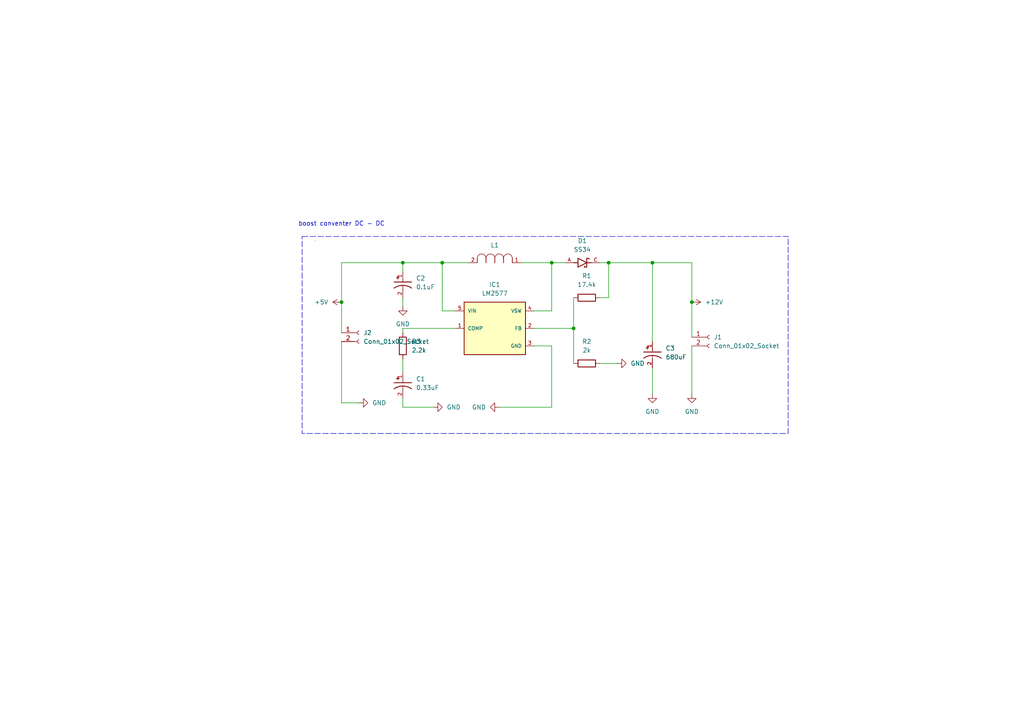
<source format=kicad_sch>
(kicad_sch
	(version 20231120)
	(generator "eeschema")
	(generator_version "8.0")
	(uuid "cbc85d15-6443-4fc8-9d99-95154a9040c3")
	(paper "A4")
	(title_block
		(title "PCB CN 14")
		(comment 1 "PCB 1")
	)
	(lib_symbols
		(symbol "Connector:Conn_01x02_Socket"
			(pin_names
				(offset 1.016) hide)
			(exclude_from_sim no)
			(in_bom yes)
			(on_board yes)
			(property "Reference" "J"
				(at 0 2.54 0)
				(effects
					(font
						(size 1.27 1.27)
					)
				)
			)
			(property "Value" "Conn_01x02_Socket"
				(at 0 -5.08 0)
				(effects
					(font
						(size 1.27 1.27)
					)
				)
			)
			(property "Footprint" ""
				(at 0 0 0)
				(effects
					(font
						(size 1.27 1.27)
					)
					(hide yes)
				)
			)
			(property "Datasheet" "~"
				(at 0 0 0)
				(effects
					(font
						(size 1.27 1.27)
					)
					(hide yes)
				)
			)
			(property "Description" "Generic connector, single row, 01x02, script generated"
				(at 0 0 0)
				(effects
					(font
						(size 1.27 1.27)
					)
					(hide yes)
				)
			)
			(property "ki_locked" ""
				(at 0 0 0)
				(effects
					(font
						(size 1.27 1.27)
					)
				)
			)
			(property "ki_keywords" "connector"
				(at 0 0 0)
				(effects
					(font
						(size 1.27 1.27)
					)
					(hide yes)
				)
			)
			(property "ki_fp_filters" "Connector*:*_1x??_*"
				(at 0 0 0)
				(effects
					(font
						(size 1.27 1.27)
					)
					(hide yes)
				)
			)
			(symbol "Conn_01x02_Socket_1_1"
				(arc
					(start 0 -2.032)
					(mid -0.5058 -2.54)
					(end 0 -3.048)
					(stroke
						(width 0.1524)
						(type default)
					)
					(fill
						(type none)
					)
				)
				(polyline
					(pts
						(xy -1.27 -2.54) (xy -0.508 -2.54)
					)
					(stroke
						(width 0.1524)
						(type default)
					)
					(fill
						(type none)
					)
				)
				(polyline
					(pts
						(xy -1.27 0) (xy -0.508 0)
					)
					(stroke
						(width 0.1524)
						(type default)
					)
					(fill
						(type none)
					)
				)
				(arc
					(start 0 0.508)
					(mid -0.5058 0)
					(end 0 -0.508)
					(stroke
						(width 0.1524)
						(type default)
					)
					(fill
						(type none)
					)
				)
				(pin passive line
					(at -5.08 0 0)
					(length 3.81)
					(name "Pin_1"
						(effects
							(font
								(size 1.27 1.27)
							)
						)
					)
					(number "1"
						(effects
							(font
								(size 1.27 1.27)
							)
						)
					)
				)
				(pin passive line
					(at -5.08 -2.54 0)
					(length 3.81)
					(name "Pin_2"
						(effects
							(font
								(size 1.27 1.27)
							)
						)
					)
					(number "2"
						(effects
							(font
								(size 1.27 1.27)
							)
						)
					)
				)
			)
		)
		(symbol "Device:R"
			(pin_numbers hide)
			(pin_names
				(offset 0)
			)
			(exclude_from_sim no)
			(in_bom yes)
			(on_board yes)
			(property "Reference" "R"
				(at 2.032 0 90)
				(effects
					(font
						(size 1.27 1.27)
					)
				)
			)
			(property "Value" "R"
				(at 0 0 90)
				(effects
					(font
						(size 1.27 1.27)
					)
				)
			)
			(property "Footprint" ""
				(at -1.778 0 90)
				(effects
					(font
						(size 1.27 1.27)
					)
					(hide yes)
				)
			)
			(property "Datasheet" "~"
				(at 0 0 0)
				(effects
					(font
						(size 1.27 1.27)
					)
					(hide yes)
				)
			)
			(property "Description" "Resistor"
				(at 0 0 0)
				(effects
					(font
						(size 1.27 1.27)
					)
					(hide yes)
				)
			)
			(property "ki_keywords" "R res resistor"
				(at 0 0 0)
				(effects
					(font
						(size 1.27 1.27)
					)
					(hide yes)
				)
			)
			(property "ki_fp_filters" "R_*"
				(at 0 0 0)
				(effects
					(font
						(size 1.27 1.27)
					)
					(hide yes)
				)
			)
			(symbol "R_0_1"
				(rectangle
					(start -1.016 -2.54)
					(end 1.016 2.54)
					(stroke
						(width 0.254)
						(type default)
					)
					(fill
						(type none)
					)
				)
			)
			(symbol "R_1_1"
				(pin passive line
					(at 0 3.81 270)
					(length 1.27)
					(name "~"
						(effects
							(font
								(size 1.27 1.27)
							)
						)
					)
					(number "1"
						(effects
							(font
								(size 1.27 1.27)
							)
						)
					)
				)
				(pin passive line
					(at 0 -3.81 90)
					(length 1.27)
					(name "~"
						(effects
							(font
								(size 1.27 1.27)
							)
						)
					)
					(number "2"
						(effects
							(font
								(size 1.27 1.27)
							)
						)
					)
				)
			)
		)
		(symbol "Library 1:EEEFK1C101V"
			(pin_names
				(offset 1.016)
			)
			(exclude_from_sim no)
			(in_bom yes)
			(on_board yes)
			(property "Reference" "C"
				(at -2.54 3.81 0)
				(effects
					(font
						(size 1.27 1.27)
					)
					(justify left bottom)
				)
			)
			(property "Value" "EEEFK1C101V"
				(at -2.54 -5.08 0)
				(effects
					(font
						(size 1.27 1.27)
					)
					(justify left bottom)
				)
			)
			(property "Footprint" "EEEFK1C101V:CAP_EEEFK1C101V"
				(at 0 0 0)
				(effects
					(font
						(size 1.27 1.27)
					)
					(justify bottom)
					(hide yes)
				)
			)
			(property "Datasheet" ""
				(at 0 0 0)
				(effects
					(font
						(size 1.27 1.27)
					)
					(hide yes)
				)
			)
			(property "Description" ""
				(at 0 0 0)
				(effects
					(font
						(size 1.27 1.27)
					)
					(hide yes)
				)
			)
			(property "MF" "Panasonic"
				(at 0 0 0)
				(effects
					(font
						(size 1.27 1.27)
					)
					(justify bottom)
					(hide yes)
				)
			)
			(property "MAXIMUM_PACKAGE_HEIGHT" "6.1mm"
				(at 0 0 0)
				(effects
					(font
						(size 1.27 1.27)
					)
					(justify bottom)
					(hide yes)
				)
			)
			(property "Package" "RADIAL-2 Panasonic"
				(at 0 0 0)
				(effects
					(font
						(size 1.27 1.27)
					)
					(justify bottom)
					(hide yes)
				)
			)
			(property "Price" "None"
				(at 0 0 0)
				(effects
					(font
						(size 1.27 1.27)
					)
					(justify bottom)
					(hide yes)
				)
			)
			(property "Check_prices" "https://www.snapeda.com/parts/EEEFK1C101V/Panasonic/view-part/?ref=eda"
				(at 0 0 0)
				(effects
					(font
						(size 1.27 1.27)
					)
					(justify bottom)
					(hide yes)
				)
			)
			(property "STANDARD" "Manufacturer Recommendations"
				(at 0 0 0)
				(effects
					(font
						(size 1.27 1.27)
					)
					(justify bottom)
					(hide yes)
				)
			)
			(property "PARTREV" "10-Oct-19"
				(at 0 0 0)
				(effects
					(font
						(size 1.27 1.27)
					)
					(justify bottom)
					(hide yes)
				)
			)
			(property "SnapEDA_Link" "https://www.snapeda.com/parts/EEEFK1C101V/Panasonic/view-part/?ref=snap"
				(at 0 0 0)
				(effects
					(font
						(size 1.27 1.27)
					)
					(justify bottom)
					(hide yes)
				)
			)
			(property "MP" "EEEFK1C101V"
				(at 0 0 0)
				(effects
					(font
						(size 1.27 1.27)
					)
					(justify bottom)
					(hide yes)
				)
			)
			(property "Description_1" "\n                        \n                            CAP ALUM 100UF 20% 16V SMD\n                        \n"
				(at 0 0 0)
				(effects
					(font
						(size 1.27 1.27)
					)
					(justify bottom)
					(hide yes)
				)
			)
			(property "Availability" "In Stock"
				(at 0 0 0)
				(effects
					(font
						(size 1.27 1.27)
					)
					(justify bottom)
					(hide yes)
				)
			)
			(property "MANUFACTURER" "Panasonic"
				(at 0 0 0)
				(effects
					(font
						(size 1.27 1.27)
					)
					(justify bottom)
					(hide yes)
				)
			)
			(symbol "EEEFK1C101V_0_0"
				(rectangle
					(start -1.173 -1.532)
					(end -0.284 -1.405)
					(stroke
						(width 0.1)
						(type default)
					)
					(fill
						(type outline)
					)
				)
				(rectangle
					(start -0.792 -1.913)
					(end -0.665 -1.024)
					(stroke
						(width 0.1)
						(type default)
					)
					(fill
						(type outline)
					)
				)
				(polyline
					(pts
						(xy 0 0) (xy 0.508 0)
					)
					(stroke
						(width 0.1524)
						(type default)
					)
					(fill
						(type none)
					)
				)
				(polyline
					(pts
						(xy 0.508 0) (xy 0.508 -2.54)
					)
					(stroke
						(width 0.254)
						(type default)
					)
					(fill
						(type none)
					)
				)
				(polyline
					(pts
						(xy 0.508 2.54) (xy 0.508 0)
					)
					(stroke
						(width 0.254)
						(type default)
					)
					(fill
						(type none)
					)
				)
				(polyline
					(pts
						(xy 2.54 0) (xy 1.524 0)
					)
					(stroke
						(width 0.1524)
						(type default)
					)
					(fill
						(type none)
					)
				)
				(arc
					(start 2.286 2.54)
					(mid 1.4851 0)
					(end 2.286 -2.54)
					(stroke
						(width 0.254)
						(type default)
					)
					(fill
						(type none)
					)
				)
				(pin passive line
					(at -2.54 0 0)
					(length 2.54)
					(name "~"
						(effects
							(font
								(size 1.016 1.016)
							)
						)
					)
					(number "1"
						(effects
							(font
								(size 1.016 1.016)
							)
						)
					)
				)
				(pin passive line
					(at 5.08 0 180)
					(length 2.54)
					(name "~"
						(effects
							(font
								(size 1.016 1.016)
							)
						)
					)
					(number "2"
						(effects
							(font
								(size 1.016 1.016)
							)
						)
					)
				)
			)
		)
		(symbol "Library 1:LM2577"
			(pin_names
				(offset 1.016)
			)
			(exclude_from_sim no)
			(in_bom yes)
			(on_board yes)
			(property "Reference" "IC"
				(at -7.6227 8.283 0)
				(effects
					(font
						(size 1.27 1.27)
					)
					(justify left bottom)
				)
			)
			(property "Value" "LM2577"
				(at -7.6346 -10.1795 0)
				(effects
					(font
						(size 1.27 1.27)
					)
					(justify left bottom)
				)
			)
			(property "Footprint" "Library 1:TO263-5"
				(at 0 0 0)
				(effects
					(font
						(size 1.27 1.27)
					)
					(hide yes)
				)
			)
			(property "Datasheet" ""
				(at 0 0 0)
				(effects
					(font
						(size 1.27 1.27)
					)
					(hide yes)
				)
			)
			(property "Description" ""
				(at 0 0 0)
				(effects
					(font
						(size 1.27 1.27)
					)
					(hide yes)
				)
			)
			(property "MF" "Texas Instruments"
				(at 0 0 0)
				(effects
					(font
						(size 1.27 1.27)
					)
					(justify bottom)
					(hide yes)
				)
			)
			(property "Description_1" "\n                        \n                            Boost, Flyback, Forward Converter Switching Regulator IC Positive or Negative Adjustable 1.23V 1 Output 3A (Switch) TO-263-6, D²Pak (5 Leads + Tab), TO-263BA\n                        \n"
				(at 0 0 0)
				(effects
					(font
						(size 1.27 1.27)
					)
					(justify bottom)
					(hide yes)
				)
			)
			(property "Package" "TO-263 Texas Instruments"
				(at 0 0 0)
				(effects
					(font
						(size 1.27 1.27)
					)
					(justify bottom)
					(hide yes)
				)
			)
			(property "Price" "None"
				(at 0 0 0)
				(effects
					(font
						(size 1.27 1.27)
					)
					(justify bottom)
					(hide yes)
				)
			)
			(property "SnapEDA_Link" "https://www.snapeda.com/parts/LM2577/Texas+Instruments/view-part/?ref=snap"
				(at 0 0 0)
				(effects
					(font
						(size 1.27 1.27)
					)
					(justify bottom)
					(hide yes)
				)
			)
			(property "MP" "LM2577"
				(at 0 0 0)
				(effects
					(font
						(size 1.27 1.27)
					)
					(justify bottom)
					(hide yes)
				)
			)
			(property "Availability" "Not in stock"
				(at 0 0 0)
				(effects
					(font
						(size 1.27 1.27)
					)
					(justify bottom)
					(hide yes)
				)
			)
			(property "Check_prices" "https://www.snapeda.com/parts/LM2577/Texas+Instruments/view-part/?ref=eda"
				(at 0 0 0)
				(effects
					(font
						(size 1.27 1.27)
					)
					(justify bottom)
					(hide yes)
				)
			)
			(symbol "LM2577_0_0"
				(rectangle
					(start -7.62 -7.62)
					(end 10.16 7.62)
					(stroke
						(width 0.254)
						(type default)
					)
					(fill
						(type background)
					)
				)
				(pin passive line
					(at -10.16 0 0)
					(length 2.54)
					(name "COMP"
						(effects
							(font
								(size 1.016 1.016)
							)
						)
					)
					(number "1"
						(effects
							(font
								(size 1.016 1.016)
							)
						)
					)
				)
				(pin input line
					(at 12.7 0 180)
					(length 2.54)
					(name "FB"
						(effects
							(font
								(size 1.016 1.016)
							)
						)
					)
					(number "2"
						(effects
							(font
								(size 1.016 1.016)
							)
						)
					)
				)
				(pin power_in line
					(at 12.7 -5.08 180)
					(length 2.54)
					(name "GND"
						(effects
							(font
								(size 1.016 1.016)
							)
						)
					)
					(number "3"
						(effects
							(font
								(size 1.016 1.016)
							)
						)
					)
				)
				(pin bidirectional line
					(at 12.7 5.08 180)
					(length 2.54)
					(name "VSW"
						(effects
							(font
								(size 1.016 1.016)
							)
						)
					)
					(number "4"
						(effects
							(font
								(size 1.016 1.016)
							)
						)
					)
				)
				(pin power_in line
					(at -10.16 5.08 0)
					(length 2.54)
					(name "VIN"
						(effects
							(font
								(size 1.016 1.016)
							)
						)
					)
					(number "5"
						(effects
							(font
								(size 1.016 1.016)
							)
						)
					)
				)
			)
		)
		(symbol "Library 1:SRR1260-101M"
			(pin_names
				(offset 1.016)
			)
			(exclude_from_sim no)
			(in_bom yes)
			(on_board yes)
			(property "Reference" "L"
				(at 1.6256 3.3528 0)
				(effects
					(font
						(size 1.27 1.27)
					)
					(justify left bottom)
				)
			)
			(property "Value" "100uH"
				(at 0 0 0)
				(effects
					(font
						(size 1.27 1.27)
					)
					(justify bottom)
					(hide yes)
				)
			)
			(property "Footprint" "SRR1260-101M:IND_BOURNS_SRR1260"
				(at 0 0 0)
				(effects
					(font
						(size 1.27 1.27)
					)
					(justify bottom)
					(hide yes)
				)
			)
			(property "Datasheet" ""
				(at 0 0 0)
				(effects
					(font
						(size 1.27 1.27)
					)
					(hide yes)
				)
			)
			(property "Description" ""
				(at 0 0 0)
				(effects
					(font
						(size 1.27 1.27)
					)
					(hide yes)
				)
			)
			(property "MF" "Bourns"
				(at 0 0 0)
				(effects
					(font
						(size 1.27 1.27)
					)
					(justify bottom)
					(hide yes)
				)
			)
			(property "Description_1" "\n                        \n                            Inductor, Power, Shielded, Wirewound, 100uH, 20%, 1.7A | Bourns SRR1260-101M\n                        \n"
				(at 0 0 0)
				(effects
					(font
						(size 1.27 1.27)
					)
					(justify bottom)
					(hide yes)
				)
			)
			(property "COPYRIGHT" "Copyright (C) 2022 Ultra Librarian. All rights reserved."
				(at 0 0 0)
				(effects
					(font
						(size 1.27 1.27)
					)
					(justify bottom)
					(hide yes)
				)
			)
			(property "Package" "Nonstandard Bourns"
				(at 0 0 0)
				(effects
					(font
						(size 1.27 1.27)
					)
					(justify bottom)
					(hide yes)
				)
			)
			(property "Price" "None"
				(at 0 0 0)
				(effects
					(font
						(size 1.27 1.27)
					)
					(justify bottom)
					(hide yes)
				)
			)
			(property "Check_prices" "https://www.snapeda.com/parts/SRR1260-101M/Bourns/view-part/?ref=eda"
				(at 0 0 0)
				(effects
					(font
						(size 1.27 1.27)
					)
					(justify bottom)
					(hide yes)
				)
			)
			(property "SnapEDA_Link" "https://www.snapeda.com/parts/SRR1260-101M/Bourns/view-part/?ref=snap"
				(at 0 0 0)
				(effects
					(font
						(size 1.27 1.27)
					)
					(justify bottom)
					(hide yes)
				)
			)
			(property "Availability" "In Stock"
				(at 0 0 0)
				(effects
					(font
						(size 1.27 1.27)
					)
					(justify bottom)
					(hide yes)
				)
			)
			(property "DIGI-KEY_PART_NUMBER_1" "SRR1260-101MCT-ND"
				(at 0 0 0)
				(effects
					(font
						(size 1.27 1.27)
					)
					(justify bottom)
					(hide yes)
				)
			)
			(property "DIGI-KEY_PART_NUMBER_2" "SRR1260-101MDKR-ND"
				(at 0 0 0)
				(effects
					(font
						(size 1.27 1.27)
					)
					(justify bottom)
					(hide yes)
				)
			)
			(property "DIGI-KEY_PART_NUMBER_3" "SRR1260-101MTR-ND"
				(at 0 0 0)
				(effects
					(font
						(size 1.27 1.27)
					)
					(justify bottom)
					(hide yes)
				)
			)
			(property "MP" "SRR1260-101M"
				(at 0 0 0)
				(effects
					(font
						(size 1.27 1.27)
					)
					(justify bottom)
					(hide yes)
				)
			)
			(property "MFR_NAME" "Bourns Electronics"
				(at 0 0 0)
				(effects
					(font
						(size 1.27 1.27)
					)
					(justify bottom)
					(hide yes)
				)
			)
			(property "MANUFACTURER_PART_NUMBER" "SRR1260-101M"
				(at 0 0 0)
				(effects
					(font
						(size 1.27 1.27)
					)
					(justify bottom)
					(hide yes)
				)
			)
			(symbol "SRR1260-101M_0_0"
				(polyline
					(pts
						(xy 2.54 0) (xy 2.54 1.27)
					)
					(stroke
						(width 0.2032)
						(type default)
					)
					(fill
						(type none)
					)
				)
				(polyline
					(pts
						(xy 5.08 0) (xy 5.08 1.27)
					)
					(stroke
						(width 0.2032)
						(type default)
					)
					(fill
						(type none)
					)
				)
				(polyline
					(pts
						(xy 7.62 0) (xy 7.62 1.27)
					)
					(stroke
						(width 0.2032)
						(type default)
					)
					(fill
						(type none)
					)
				)
				(polyline
					(pts
						(xy 10.16 0) (xy 10.16 1.27)
					)
					(stroke
						(width 0.2032)
						(type default)
					)
					(fill
						(type none)
					)
				)
				(polyline
					(pts
						(xy 12.7 0) (xy 12.7 1.27)
					)
					(stroke
						(width 0.2032)
						(type default)
					)
					(fill
						(type none)
					)
				)
				(arc
					(start 5.08 1.27)
					(mid 3.81 2.5344)
					(end 2.54 1.27)
					(stroke
						(width 0.1524)
						(type default)
					)
					(fill
						(type none)
					)
				)
				(arc
					(start 7.62 1.27)
					(mid 6.35 2.5344)
					(end 5.08 1.27)
					(stroke
						(width 0.1524)
						(type default)
					)
					(fill
						(type none)
					)
				)
				(arc
					(start 10.16 1.27)
					(mid 8.89 2.5344)
					(end 7.62 1.27)
					(stroke
						(width 0.1524)
						(type default)
					)
					(fill
						(type none)
					)
				)
				(arc
					(start 12.7 1.27)
					(mid 11.43 2.5344)
					(end 10.16 1.27)
					(stroke
						(width 0.1524)
						(type default)
					)
					(fill
						(type none)
					)
				)
				(pin passive line
					(at 15.24 0 180)
					(length 2.54)
					(name "~"
						(effects
							(font
								(size 1.016 1.016)
							)
						)
					)
					(number "1"
						(effects
							(font
								(size 1.016 1.016)
							)
						)
					)
				)
				(pin passive line
					(at 0 0 0)
					(length 2.54)
					(name "~"
						(effects
							(font
								(size 1.016 1.016)
							)
						)
					)
					(number "2"
						(effects
							(font
								(size 1.016 1.016)
							)
						)
					)
				)
			)
		)
		(symbol "Library 2:SS34"
			(pin_names
				(offset 1.016)
			)
			(exclude_from_sim no)
			(in_bom yes)
			(on_board yes)
			(property "Reference" "D"
				(at -5.08 2.54 0)
				(effects
					(font
						(size 1.27 1.27)
					)
					(justify left bottom)
				)
			)
			(property "Value" "SS34"
				(at -5.08 -3.81 0)
				(effects
					(font
						(size 1.27 1.27)
					)
					(justify left bottom)
				)
			)
			(property "Footprint" "SS34:DIO_SS34"
				(at 0 0 0)
				(effects
					(font
						(size 1.27 1.27)
					)
					(justify bottom)
					(hide yes)
				)
			)
			(property "Datasheet" ""
				(at 0 0 0)
				(effects
					(font
						(size 1.27 1.27)
					)
					(hide yes)
				)
			)
			(property "Description" ""
				(at 0 0 0)
				(effects
					(font
						(size 1.27 1.27)
					)
					(hide yes)
				)
			)
			(property "MF" "Taiwan Semiconductor"
				(at 0 0 0)
				(effects
					(font
						(size 1.27 1.27)
					)
					(justify bottom)
					(hide yes)
				)
			)
			(property "MAXIMUM_PACKAGE_HEIGHT" "2.65mm"
				(at 0 0 0)
				(effects
					(font
						(size 1.27 1.27)
					)
					(justify bottom)
					(hide yes)
				)
			)
			(property "Package" "DO-214AB-2 Taiwan Semiconductor"
				(at 0 0 0)
				(effects
					(font
						(size 1.27 1.27)
					)
					(justify bottom)
					(hide yes)
				)
			)
			(property "Price" "None"
				(at 0 0 0)
				(effects
					(font
						(size 1.27 1.27)
					)
					(justify bottom)
					(hide yes)
				)
			)
			(property "Check_prices" "https://www.snapeda.com/parts/SS34/Taiwan+Semiconductor/view-part/?ref=eda"
				(at 0 0 0)
				(effects
					(font
						(size 1.27 1.27)
					)
					(justify bottom)
					(hide yes)
				)
			)
			(property "STANDARD" "Manufacturer Recommendations"
				(at 0 0 0)
				(effects
					(font
						(size 1.27 1.27)
					)
					(justify bottom)
					(hide yes)
				)
			)
			(property "PARTREV" "S2311"
				(at 0 0 0)
				(effects
					(font
						(size 1.27 1.27)
					)
					(justify bottom)
					(hide yes)
				)
			)
			(property "SnapEDA_Link" "https://www.snapeda.com/parts/SS34/Taiwan+Semiconductor/view-part/?ref=snap"
				(at 0 0 0)
				(effects
					(font
						(size 1.27 1.27)
					)
					(justify bottom)
					(hide yes)
				)
			)
			(property "MP" "SS34"
				(at 0 0 0)
				(effects
					(font
						(size 1.27 1.27)
					)
					(justify bottom)
					(hide yes)
				)
			)
			(property "Description_1" "\n                        \n                            3A, 40V, Schottky Rectifier\n                        \n"
				(at 0 0 0)
				(effects
					(font
						(size 1.27 1.27)
					)
					(justify bottom)
					(hide yes)
				)
			)
			(property "Availability" "In Stock"
				(at 0 0 0)
				(effects
					(font
						(size 1.27 1.27)
					)
					(justify bottom)
					(hide yes)
				)
			)
			(property "MANUFACTURER" "Taiwan Semiconductor"
				(at 0 0 0)
				(effects
					(font
						(size 1.27 1.27)
					)
					(justify bottom)
					(hide yes)
				)
			)
			(symbol "SS34_0_0"
				(polyline
					(pts
						(xy -2.54 0) (xy -1.27 0)
					)
					(stroke
						(width 0.254)
						(type default)
					)
					(fill
						(type none)
					)
				)
				(polyline
					(pts
						(xy -1.27 -1.27) (xy 1.27 0)
					)
					(stroke
						(width 0.254)
						(type default)
					)
					(fill
						(type none)
					)
				)
				(polyline
					(pts
						(xy -1.27 0) (xy -1.27 -1.27)
					)
					(stroke
						(width 0.254)
						(type default)
					)
					(fill
						(type none)
					)
				)
				(polyline
					(pts
						(xy -1.27 1.27) (xy -1.27 0)
					)
					(stroke
						(width 0.254)
						(type default)
					)
					(fill
						(type none)
					)
				)
				(polyline
					(pts
						(xy 0.635 -1.016) (xy 0.635 -1.27)
					)
					(stroke
						(width 0.254)
						(type default)
					)
					(fill
						(type none)
					)
				)
				(polyline
					(pts
						(xy 1.27 -1.27) (xy 0.635 -1.27)
					)
					(stroke
						(width 0.254)
						(type default)
					)
					(fill
						(type none)
					)
				)
				(polyline
					(pts
						(xy 1.27 0) (xy -1.27 1.27)
					)
					(stroke
						(width 0.254)
						(type default)
					)
					(fill
						(type none)
					)
				)
				(polyline
					(pts
						(xy 1.27 0) (xy 1.27 -1.27)
					)
					(stroke
						(width 0.254)
						(type default)
					)
					(fill
						(type none)
					)
				)
				(polyline
					(pts
						(xy 1.27 1.27) (xy 1.27 0)
					)
					(stroke
						(width 0.254)
						(type default)
					)
					(fill
						(type none)
					)
				)
				(polyline
					(pts
						(xy 1.905 1.27) (xy 1.27 1.27)
					)
					(stroke
						(width 0.254)
						(type default)
					)
					(fill
						(type none)
					)
				)
				(polyline
					(pts
						(xy 1.905 1.27) (xy 1.905 1.016)
					)
					(stroke
						(width 0.254)
						(type default)
					)
					(fill
						(type none)
					)
				)
				(polyline
					(pts
						(xy 2.54 0) (xy 1.27 0)
					)
					(stroke
						(width 0.254)
						(type default)
					)
					(fill
						(type none)
					)
				)
				(pin passive line
					(at -5.08 0 0)
					(length 2.54)
					(name "~"
						(effects
							(font
								(size 1.016 1.016)
							)
						)
					)
					(number "A"
						(effects
							(font
								(size 1.016 1.016)
							)
						)
					)
				)
				(pin passive line
					(at 5.08 0 180)
					(length 2.54)
					(name "~"
						(effects
							(font
								(size 1.016 1.016)
							)
						)
					)
					(number "C"
						(effects
							(font
								(size 1.016 1.016)
							)
						)
					)
				)
			)
		)
		(symbol "power:+12V"
			(power)
			(pin_numbers hide)
			(pin_names
				(offset 0) hide)
			(exclude_from_sim no)
			(in_bom yes)
			(on_board yes)
			(property "Reference" "#PWR"
				(at 0 -3.81 0)
				(effects
					(font
						(size 1.27 1.27)
					)
					(hide yes)
				)
			)
			(property "Value" "+12V"
				(at 0 3.556 0)
				(effects
					(font
						(size 1.27 1.27)
					)
				)
			)
			(property "Footprint" ""
				(at 0 0 0)
				(effects
					(font
						(size 1.27 1.27)
					)
					(hide yes)
				)
			)
			(property "Datasheet" ""
				(at 0 0 0)
				(effects
					(font
						(size 1.27 1.27)
					)
					(hide yes)
				)
			)
			(property "Description" "Power symbol creates a global label with name \"+12V\""
				(at 0 0 0)
				(effects
					(font
						(size 1.27 1.27)
					)
					(hide yes)
				)
			)
			(property "ki_keywords" "global power"
				(at 0 0 0)
				(effects
					(font
						(size 1.27 1.27)
					)
					(hide yes)
				)
			)
			(symbol "+12V_0_1"
				(polyline
					(pts
						(xy -0.762 1.27) (xy 0 2.54)
					)
					(stroke
						(width 0)
						(type default)
					)
					(fill
						(type none)
					)
				)
				(polyline
					(pts
						(xy 0 0) (xy 0 2.54)
					)
					(stroke
						(width 0)
						(type default)
					)
					(fill
						(type none)
					)
				)
				(polyline
					(pts
						(xy 0 2.54) (xy 0.762 1.27)
					)
					(stroke
						(width 0)
						(type default)
					)
					(fill
						(type none)
					)
				)
			)
			(symbol "+12V_1_1"
				(pin power_in line
					(at 0 0 90)
					(length 0)
					(name "~"
						(effects
							(font
								(size 1.27 1.27)
							)
						)
					)
					(number "1"
						(effects
							(font
								(size 1.27 1.27)
							)
						)
					)
				)
			)
		)
		(symbol "power:+5V"
			(power)
			(pin_numbers hide)
			(pin_names
				(offset 0) hide)
			(exclude_from_sim no)
			(in_bom yes)
			(on_board yes)
			(property "Reference" "#PWR"
				(at 0 -3.81 0)
				(effects
					(font
						(size 1.27 1.27)
					)
					(hide yes)
				)
			)
			(property "Value" "+5V"
				(at 0 3.556 0)
				(effects
					(font
						(size 1.27 1.27)
					)
				)
			)
			(property "Footprint" ""
				(at 0 0 0)
				(effects
					(font
						(size 1.27 1.27)
					)
					(hide yes)
				)
			)
			(property "Datasheet" ""
				(at 0 0 0)
				(effects
					(font
						(size 1.27 1.27)
					)
					(hide yes)
				)
			)
			(property "Description" "Power symbol creates a global label with name \"+5V\""
				(at 0 0 0)
				(effects
					(font
						(size 1.27 1.27)
					)
					(hide yes)
				)
			)
			(property "ki_keywords" "global power"
				(at 0 0 0)
				(effects
					(font
						(size 1.27 1.27)
					)
					(hide yes)
				)
			)
			(symbol "+5V_0_1"
				(polyline
					(pts
						(xy -0.762 1.27) (xy 0 2.54)
					)
					(stroke
						(width 0)
						(type default)
					)
					(fill
						(type none)
					)
				)
				(polyline
					(pts
						(xy 0 0) (xy 0 2.54)
					)
					(stroke
						(width 0)
						(type default)
					)
					(fill
						(type none)
					)
				)
				(polyline
					(pts
						(xy 0 2.54) (xy 0.762 1.27)
					)
					(stroke
						(width 0)
						(type default)
					)
					(fill
						(type none)
					)
				)
			)
			(symbol "+5V_1_1"
				(pin power_in line
					(at 0 0 90)
					(length 0)
					(name "~"
						(effects
							(font
								(size 1.27 1.27)
							)
						)
					)
					(number "1"
						(effects
							(font
								(size 1.27 1.27)
							)
						)
					)
				)
			)
		)
		(symbol "power:GND"
			(power)
			(pin_numbers hide)
			(pin_names
				(offset 0) hide)
			(exclude_from_sim no)
			(in_bom yes)
			(on_board yes)
			(property "Reference" "#PWR"
				(at 0 -6.35 0)
				(effects
					(font
						(size 1.27 1.27)
					)
					(hide yes)
				)
			)
			(property "Value" "GND"
				(at 0 -3.81 0)
				(effects
					(font
						(size 1.27 1.27)
					)
				)
			)
			(property "Footprint" ""
				(at 0 0 0)
				(effects
					(font
						(size 1.27 1.27)
					)
					(hide yes)
				)
			)
			(property "Datasheet" ""
				(at 0 0 0)
				(effects
					(font
						(size 1.27 1.27)
					)
					(hide yes)
				)
			)
			(property "Description" "Power symbol creates a global label with name \"GND\" , ground"
				(at 0 0 0)
				(effects
					(font
						(size 1.27 1.27)
					)
					(hide yes)
				)
			)
			(property "ki_keywords" "global power"
				(at 0 0 0)
				(effects
					(font
						(size 1.27 1.27)
					)
					(hide yes)
				)
			)
			(symbol "GND_0_1"
				(polyline
					(pts
						(xy 0 0) (xy 0 -1.27) (xy 1.27 -1.27) (xy 0 -2.54) (xy -1.27 -1.27) (xy 0 -1.27)
					)
					(stroke
						(width 0)
						(type default)
					)
					(fill
						(type none)
					)
				)
			)
			(symbol "GND_1_1"
				(pin power_in line
					(at 0 0 270)
					(length 0)
					(name "~"
						(effects
							(font
								(size 1.27 1.27)
							)
						)
					)
					(number "1"
						(effects
							(font
								(size 1.27 1.27)
							)
						)
					)
				)
			)
		)
	)
	(junction
		(at 99.06 87.63)
		(diameter 0)
		(color 0 0 0 0)
		(uuid "0753270b-734f-4bb4-b17a-dcb50db56a58")
	)
	(junction
		(at 176.53 76.2)
		(diameter 0)
		(color 0 0 0 0)
		(uuid "206fb496-0c3a-4b37-8cd7-4c05b290c0ff")
	)
	(junction
		(at 128.27 76.2)
		(diameter 0)
		(color 0 0 0 0)
		(uuid "6b328c1d-3302-40ad-b44c-4a1076900e2b")
	)
	(junction
		(at 189.23 76.2)
		(diameter 0)
		(color 0 0 0 0)
		(uuid "8a87fc56-fc6e-4959-b377-5c6a017fb476")
	)
	(junction
		(at 116.84 76.2)
		(diameter 0)
		(color 0 0 0 0)
		(uuid "9179ff78-2318-4a73-be62-b653dd303950")
	)
	(junction
		(at 166.37 95.25)
		(diameter 0)
		(color 0 0 0 0)
		(uuid "be5e1e33-f15d-42d6-93c5-6d42d5a6bbb6")
	)
	(junction
		(at 160.02 76.2)
		(diameter 0)
		(color 0 0 0 0)
		(uuid "be6cbcb1-def6-4681-9c29-aa0bebe82ed2")
	)
	(junction
		(at 200.66 87.63)
		(diameter 0)
		(color 0 0 0 0)
		(uuid "e2d5e3e5-9da3-4552-9c69-85fcbd2624a8")
	)
	(wire
		(pts
			(xy 200.66 100.33) (xy 200.66 114.3)
		)
		(stroke
			(width 0)
			(type default)
		)
		(uuid "01ce6b10-6d59-4d57-9afb-320d8b11562a")
	)
	(wire
		(pts
			(xy 166.37 95.25) (xy 154.94 95.25)
		)
		(stroke
			(width 0)
			(type default)
		)
		(uuid "09112762-13f9-47f4-91fa-14949b0885c3")
	)
	(wire
		(pts
			(xy 116.84 76.2) (xy 128.27 76.2)
		)
		(stroke
			(width 0)
			(type default)
		)
		(uuid "0c8723f8-ca53-4197-bce7-884891552199")
	)
	(wire
		(pts
			(xy 200.66 87.63) (xy 200.66 97.79)
		)
		(stroke
			(width 0)
			(type default)
		)
		(uuid "10131c34-84c4-4c52-8e3c-c45e2e2dfb79")
	)
	(wire
		(pts
			(xy 128.27 90.17) (xy 128.27 76.2)
		)
		(stroke
			(width 0)
			(type default)
		)
		(uuid "12bc10c4-eda0-4755-aa94-3d00d7fc185b")
	)
	(wire
		(pts
			(xy 176.53 76.2) (xy 189.23 76.2)
		)
		(stroke
			(width 0)
			(type default)
		)
		(uuid "14a58250-0d4e-4e78-959c-5d6181c902e5")
	)
	(wire
		(pts
			(xy 116.84 95.25) (xy 116.84 96.52)
		)
		(stroke
			(width 0)
			(type default)
		)
		(uuid "1ad81b87-b6e5-41b8-886e-a981d593d0e3")
	)
	(wire
		(pts
			(xy 128.27 76.2) (xy 135.89 76.2)
		)
		(stroke
			(width 0)
			(type default)
		)
		(uuid "1d390243-9832-4cf8-bb32-7e8441570e48")
	)
	(wire
		(pts
			(xy 99.06 87.63) (xy 99.06 96.52)
		)
		(stroke
			(width 0)
			(type default)
		)
		(uuid "22a998a7-0e21-497c-a611-5b016e59e400")
	)
	(wire
		(pts
			(xy 144.78 118.11) (xy 160.02 118.11)
		)
		(stroke
			(width 0)
			(type default)
		)
		(uuid "2b00cc05-7918-4d4f-b703-713bd8f4985d")
	)
	(wire
		(pts
			(xy 160.02 76.2) (xy 160.02 90.17)
		)
		(stroke
			(width 0)
			(type default)
		)
		(uuid "2fb19c75-d337-497d-b4d1-fefb59bc49bf")
	)
	(wire
		(pts
			(xy 154.94 90.17) (xy 160.02 90.17)
		)
		(stroke
			(width 0)
			(type default)
		)
		(uuid "3b312ea4-1898-4725-968c-d6cce3c1d1c8")
	)
	(wire
		(pts
			(xy 99.06 116.84) (xy 104.14 116.84)
		)
		(stroke
			(width 0)
			(type default)
		)
		(uuid "461eabe1-d09f-4c60-8043-65a77ea92366")
	)
	(wire
		(pts
			(xy 200.66 76.2) (xy 200.66 87.63)
		)
		(stroke
			(width 0)
			(type default)
		)
		(uuid "4d7e82f8-1ce2-4e49-a0b2-9709abb791cd")
	)
	(wire
		(pts
			(xy 132.08 90.17) (xy 128.27 90.17)
		)
		(stroke
			(width 0)
			(type default)
		)
		(uuid "5898bdd0-420e-4059-a302-42d3367535ff")
	)
	(wire
		(pts
			(xy 154.94 100.33) (xy 160.02 100.33)
		)
		(stroke
			(width 0)
			(type default)
		)
		(uuid "5b339b2d-dce4-4009-b6f4-8a7093a7f6ae")
	)
	(wire
		(pts
			(xy 173.99 76.2) (xy 176.53 76.2)
		)
		(stroke
			(width 0)
			(type default)
		)
		(uuid "5b902380-ee7f-4f2b-ba7a-2565784a02d3")
	)
	(wire
		(pts
			(xy 116.84 104.14) (xy 116.84 107.95)
		)
		(stroke
			(width 0)
			(type default)
		)
		(uuid "6b0fe5cb-2151-4eb4-91ea-e71e5184af80")
	)
	(wire
		(pts
			(xy 116.84 115.57) (xy 116.84 118.11)
		)
		(stroke
			(width 0)
			(type default)
		)
		(uuid "840f9170-9805-460c-bc57-2a2cbcf62c80")
	)
	(wire
		(pts
			(xy 189.23 76.2) (xy 189.23 99.06)
		)
		(stroke
			(width 0)
			(type default)
		)
		(uuid "851569af-1d0e-48b2-bb51-4658018b64ac")
	)
	(wire
		(pts
			(xy 176.53 86.36) (xy 173.99 86.36)
		)
		(stroke
			(width 0)
			(type default)
		)
		(uuid "852f28c8-a550-42c8-ad34-1403c06b2f13")
	)
	(wire
		(pts
			(xy 189.23 106.68) (xy 189.23 114.3)
		)
		(stroke
			(width 0)
			(type default)
		)
		(uuid "8cc497ba-29a7-4394-abcc-0cc54a509573")
	)
	(wire
		(pts
			(xy 99.06 87.63) (xy 99.06 76.2)
		)
		(stroke
			(width 0)
			(type default)
		)
		(uuid "8f372fd5-0afd-482c-a772-6cda23a430fe")
	)
	(wire
		(pts
			(xy 132.08 95.25) (xy 116.84 95.25)
		)
		(stroke
			(width 0)
			(type default)
		)
		(uuid "9885892e-bafe-4338-9d21-867f829b0752")
	)
	(wire
		(pts
			(xy 160.02 76.2) (xy 163.83 76.2)
		)
		(stroke
			(width 0)
			(type default)
		)
		(uuid "98c55101-c8f0-47aa-8875-cd84cb4f5b1a")
	)
	(wire
		(pts
			(xy 166.37 95.25) (xy 166.37 105.41)
		)
		(stroke
			(width 0)
			(type default)
		)
		(uuid "ad15ff2d-061e-4dcd-a97c-026623a58ba4")
	)
	(wire
		(pts
			(xy 116.84 118.11) (xy 125.73 118.11)
		)
		(stroke
			(width 0)
			(type default)
		)
		(uuid "c50f827e-ba0d-45c2-ace5-6882c52abe7e")
	)
	(wire
		(pts
			(xy 116.84 86.36) (xy 116.84 88.9)
		)
		(stroke
			(width 0)
			(type default)
		)
		(uuid "cfd4f3ab-9419-4f78-bc5f-53785ade1ff7")
	)
	(wire
		(pts
			(xy 166.37 86.36) (xy 166.37 95.25)
		)
		(stroke
			(width 0)
			(type default)
		)
		(uuid "db97aa79-e783-4cf4-b4d0-c983fff8fd57")
	)
	(wire
		(pts
			(xy 176.53 76.2) (xy 176.53 86.36)
		)
		(stroke
			(width 0)
			(type default)
		)
		(uuid "ded5bcfb-7bb1-458b-b222-6770b45468ba")
	)
	(wire
		(pts
			(xy 160.02 100.33) (xy 160.02 118.11)
		)
		(stroke
			(width 0)
			(type default)
		)
		(uuid "e3f773d2-93ac-473e-a043-3ad98ebc94b4")
	)
	(wire
		(pts
			(xy 151.13 76.2) (xy 160.02 76.2)
		)
		(stroke
			(width 0)
			(type default)
		)
		(uuid "e6452cc2-232d-4074-a4f9-d0a77b71bd05")
	)
	(wire
		(pts
			(xy 189.23 76.2) (xy 200.66 76.2)
		)
		(stroke
			(width 0)
			(type default)
		)
		(uuid "e7afb7f5-5222-46c1-9212-356fafdf72f6")
	)
	(wire
		(pts
			(xy 173.99 105.41) (xy 179.07 105.41)
		)
		(stroke
			(width 0)
			(type default)
		)
		(uuid "f57a0a93-6f27-4473-9691-cdb1308e7cbc")
	)
	(wire
		(pts
			(xy 99.06 99.06) (xy 99.06 116.84)
		)
		(stroke
			(width 0)
			(type default)
		)
		(uuid "fa02d811-0202-4753-8950-3687c9aef347")
	)
	(wire
		(pts
			(xy 99.06 76.2) (xy 116.84 76.2)
		)
		(stroke
			(width 0)
			(type default)
		)
		(uuid "fcc5805d-e1ec-41f1-81c3-f641c8fa0988")
	)
	(wire
		(pts
			(xy 116.84 76.2) (xy 116.84 78.74)
		)
		(stroke
			(width 0)
			(type default)
		)
		(uuid "fd312c0a-91ce-4db1-b767-980dd20eb74a")
	)
	(rectangle
		(start 91.44 69.85)
		(end 91.44 69.85)
		(stroke
			(width 0)
			(type default)
		)
		(fill
			(type none)
		)
		(uuid 5e50e8bc-221f-4423-b5ad-9dabcde68cf0)
	)
	(rectangle
		(start 87.63 68.58)
		(end 228.6 125.73)
		(stroke
			(width 0)
			(type dash)
		)
		(fill
			(type none)
		)
		(uuid fd98b767-6855-4761-a5df-e5bd0c09c763)
	)
	(text "boost conventer DC - DC\n"
		(exclude_from_sim no)
		(at 99.06 65.024 0)
		(effects
			(font
				(size 1.27 1.27)
			)
		)
		(uuid "8393ef54-f560-4dc3-9fb2-fd9622e273c9")
	)
	(symbol
		(lib_id "power:GND")
		(at 179.07 105.41 90)
		(unit 1)
		(exclude_from_sim no)
		(in_bom yes)
		(on_board yes)
		(dnp no)
		(fields_autoplaced yes)
		(uuid "02c1df02-9ff2-4a17-bb16-12de86c164a6")
		(property "Reference" "#PWR04"
			(at 185.42 105.41 0)
			(effects
				(font
					(size 1.27 1.27)
				)
				(hide yes)
			)
		)
		(property "Value" "GND"
			(at 182.88 105.4099 90)
			(effects
				(font
					(size 1.27 1.27)
				)
				(justify right)
			)
		)
		(property "Footprint" ""
			(at 179.07 105.41 0)
			(effects
				(font
					(size 1.27 1.27)
				)
				(hide yes)
			)
		)
		(property "Datasheet" ""
			(at 179.07 105.41 0)
			(effects
				(font
					(size 1.27 1.27)
				)
				(hide yes)
			)
		)
		(property "Description" "Power symbol creates a global label with name \"GND\" , ground"
			(at 179.07 105.41 0)
			(effects
				(font
					(size 1.27 1.27)
				)
				(hide yes)
			)
		)
		(pin "1"
			(uuid "5b438fbe-e13c-4f3c-900a-4e94c1d5e2a9")
		)
		(instances
			(project "Magang  Barunastra 1"
				(path "/cbc85d15-6443-4fc8-9d99-95154a9040c3"
					(reference "#PWR04")
					(unit 1)
				)
			)
		)
	)
	(symbol
		(lib_id "Device:R")
		(at 170.18 86.36 90)
		(unit 1)
		(exclude_from_sim no)
		(in_bom yes)
		(on_board yes)
		(dnp no)
		(fields_autoplaced yes)
		(uuid "058091fc-d39a-480c-9732-d73a5440d4ec")
		(property "Reference" "R1"
			(at 170.18 80.01 90)
			(effects
				(font
					(size 1.27 1.27)
				)
			)
		)
		(property "Value" "17.4k"
			(at 170.18 82.55 90)
			(effects
				(font
					(size 1.27 1.27)
				)
			)
		)
		(property "Footprint" "Resistor_SMD:R_1206_3216Metric_Pad1.30x1.75mm_HandSolder"
			(at 170.18 88.138 90)
			(effects
				(font
					(size 1.27 1.27)
				)
				(hide yes)
			)
		)
		(property "Datasheet" "~"
			(at 170.18 86.36 0)
			(effects
				(font
					(size 1.27 1.27)
				)
				(hide yes)
			)
		)
		(property "Description" "Resistor"
			(at 170.18 86.36 0)
			(effects
				(font
					(size 1.27 1.27)
				)
				(hide yes)
			)
		)
		(pin "2"
			(uuid "df51aae9-cce3-4bd0-841c-29d61aa21cfc")
		)
		(pin "1"
			(uuid "99c65268-3319-4420-a8ab-1365eea0a742")
		)
		(instances
			(project ""
				(path "/cbc85d15-6443-4fc8-9d99-95154a9040c3"
					(reference "R1")
					(unit 1)
				)
			)
		)
	)
	(symbol
		(lib_id "Library 1:EEEFK1C101V")
		(at 189.23 101.6 270)
		(unit 1)
		(exclude_from_sim no)
		(in_bom yes)
		(on_board yes)
		(dnp no)
		(fields_autoplaced yes)
		(uuid "1612a510-0b77-45ae-9403-47821a89f4e4")
		(property "Reference" "C3"
			(at 193.04 101.0265 90)
			(effects
				(font
					(size 1.27 1.27)
				)
				(justify left)
			)
		)
		(property "Value" "680uF"
			(at 193.04 103.5665 90)
			(effects
				(font
					(size 1.27 1.27)
				)
				(justify left)
			)
		)
		(property "Footprint" "Library 1:CAP_EEEFK1C101V"
			(at 189.23 101.6 0)
			(effects
				(font
					(size 1.27 1.27)
				)
				(justify bottom)
				(hide yes)
			)
		)
		(property "Datasheet" ""
			(at 189.23 101.6 0)
			(effects
				(font
					(size 1.27 1.27)
				)
				(hide yes)
			)
		)
		(property "Description" ""
			(at 189.23 101.6 0)
			(effects
				(font
					(size 1.27 1.27)
				)
				(hide yes)
			)
		)
		(property "MF" "Panasonic"
			(at 189.23 101.6 0)
			(effects
				(font
					(size 1.27 1.27)
				)
				(justify bottom)
				(hide yes)
			)
		)
		(property "MAXIMUM_PACKAGE_HEIGHT" "6.1mm"
			(at 189.23 101.6 0)
			(effects
				(font
					(size 1.27 1.27)
				)
				(justify bottom)
				(hide yes)
			)
		)
		(property "Package" "RADIAL-2 Panasonic"
			(at 189.23 101.6 0)
			(effects
				(font
					(size 1.27 1.27)
				)
				(justify bottom)
				(hide yes)
			)
		)
		(property "Price" "None"
			(at 189.23 101.6 0)
			(effects
				(font
					(size 1.27 1.27)
				)
				(justify bottom)
				(hide yes)
			)
		)
		(property "Check_prices" "https://www.snapeda.com/parts/EEEFK1C101V/Panasonic/view-part/?ref=eda"
			(at 189.23 101.6 0)
			(effects
				(font
					(size 1.27 1.27)
				)
				(justify bottom)
				(hide yes)
			)
		)
		(property "STANDARD" "Manufacturer Recommendations"
			(at 189.23 101.6 0)
			(effects
				(font
					(size 1.27 1.27)
				)
				(justify bottom)
				(hide yes)
			)
		)
		(property "PARTREV" "10-Oct-19"
			(at 189.23 101.6 0)
			(effects
				(font
					(size 1.27 1.27)
				)
				(justify bottom)
				(hide yes)
			)
		)
		(property "SnapEDA_Link" "https://www.snapeda.com/parts/EEEFK1C101V/Panasonic/view-part/?ref=snap"
			(at 189.23 101.6 0)
			(effects
				(font
					(size 1.27 1.27)
				)
				(justify bottom)
				(hide yes)
			)
		)
		(property "MP" "EEEFK1C101V"
			(at 189.23 101.6 0)
			(effects
				(font
					(size 1.27 1.27)
				)
				(justify bottom)
				(hide yes)
			)
		)
		(property "Description_1" "\n                        \n                            CAP ALUM 100UF 20% 16V SMD\n                        \n"
			(at 189.23 101.6 0)
			(effects
				(font
					(size 1.27 1.27)
				)
				(justify bottom)
				(hide yes)
			)
		)
		(property "Availability" "In Stock"
			(at 189.23 101.6 0)
			(effects
				(font
					(size 1.27 1.27)
				)
				(justify bottom)
				(hide yes)
			)
		)
		(property "MANUFACTURER" "Panasonic"
			(at 189.23 101.6 0)
			(effects
				(font
					(size 1.27 1.27)
				)
				(justify bottom)
				(hide yes)
			)
		)
		(pin "2"
			(uuid "0c087c23-c4af-4761-82e7-bdf746aea450")
		)
		(pin "1"
			(uuid "301ea138-0085-466b-9d2d-57a17be4eb91")
		)
		(instances
			(project ""
				(path "/cbc85d15-6443-4fc8-9d99-95154a9040c3"
					(reference "C3")
					(unit 1)
				)
			)
		)
	)
	(symbol
		(lib_id "Library 1:LM2577")
		(at 142.24 95.25 0)
		(unit 1)
		(exclude_from_sim no)
		(in_bom yes)
		(on_board yes)
		(dnp no)
		(fields_autoplaced yes)
		(uuid "35ba284f-35c0-4e58-880f-a3f4e80dd566")
		(property "Reference" "IC1"
			(at 143.51 82.55 0)
			(effects
				(font
					(size 1.27 1.27)
				)
			)
		)
		(property "Value" "LM2577"
			(at 143.51 85.09 0)
			(effects
				(font
					(size 1.27 1.27)
				)
			)
		)
		(property "Footprint" "Library 1:TO263-5"
			(at 142.24 95.25 0)
			(effects
				(font
					(size 1.27 1.27)
				)
				(hide yes)
			)
		)
		(property "Datasheet" ""
			(at 142.24 95.25 0)
			(effects
				(font
					(size 1.27 1.27)
				)
				(hide yes)
			)
		)
		(property "Description" ""
			(at 142.24 95.25 0)
			(effects
				(font
					(size 1.27 1.27)
				)
				(hide yes)
			)
		)
		(property "MF" "Texas Instruments"
			(at 142.24 95.25 0)
			(effects
				(font
					(size 1.27 1.27)
				)
				(justify bottom)
				(hide yes)
			)
		)
		(property "Description_1" "\n                        \n                            Boost, Flyback, Forward Converter Switching Regulator IC Positive or Negative Adjustable 1.23V 1 Output 3A (Switch) TO-263-6, D²Pak (5 Leads + Tab), TO-263BA\n                        \n"
			(at 142.24 95.25 0)
			(effects
				(font
					(size 1.27 1.27)
				)
				(justify bottom)
				(hide yes)
			)
		)
		(property "Package" "TO-263 Texas Instruments"
			(at 142.24 95.25 0)
			(effects
				(font
					(size 1.27 1.27)
				)
				(justify bottom)
				(hide yes)
			)
		)
		(property "Price" "None"
			(at 142.24 95.25 0)
			(effects
				(font
					(size 1.27 1.27)
				)
				(justify bottom)
				(hide yes)
			)
		)
		(property "SnapEDA_Link" "https://www.snapeda.com/parts/LM2577/Texas+Instruments/view-part/?ref=snap"
			(at 142.24 95.25 0)
			(effects
				(font
					(size 1.27 1.27)
				)
				(justify bottom)
				(hide yes)
			)
		)
		(property "MP" "LM2577"
			(at 142.24 95.25 0)
			(effects
				(font
					(size 1.27 1.27)
				)
				(justify bottom)
				(hide yes)
			)
		)
		(property "Availability" "Not in stock"
			(at 142.24 95.25 0)
			(effects
				(font
					(size 1.27 1.27)
				)
				(justify bottom)
				(hide yes)
			)
		)
		(property "Check_prices" "https://www.snapeda.com/parts/LM2577/Texas+Instruments/view-part/?ref=eda"
			(at 142.24 95.25 0)
			(effects
				(font
					(size 1.27 1.27)
				)
				(justify bottom)
				(hide yes)
			)
		)
		(pin "2"
			(uuid "d93ca955-0d43-4315-bdf0-e3661bf85142")
		)
		(pin "4"
			(uuid "cf9bfbf7-3d7a-4fb8-82fa-a135f3776786")
		)
		(pin "5"
			(uuid "abd6b3fb-b7fe-44a4-9b78-68aa5331a9b2")
		)
		(pin "1"
			(uuid "aa31e2b5-aab6-44c6-9678-a7023623d859")
		)
		(pin "3"
			(uuid "89d0a5c1-ff5a-4aea-b429-d3483461f2f4")
		)
		(instances
			(project ""
				(path "/cbc85d15-6443-4fc8-9d99-95154a9040c3"
					(reference "IC1")
					(unit 1)
				)
			)
		)
	)
	(symbol
		(lib_id "Library 1:EEEFK1C101V")
		(at 116.84 110.49 270)
		(unit 1)
		(exclude_from_sim no)
		(in_bom yes)
		(on_board yes)
		(dnp no)
		(fields_autoplaced yes)
		(uuid "3bd1f6ff-72aa-4815-9b86-f5414c4241e4")
		(property "Reference" "C1"
			(at 120.65 109.9165 90)
			(effects
				(font
					(size 1.27 1.27)
				)
				(justify left)
			)
		)
		(property "Value" "0.33uF"
			(at 120.65 112.4565 90)
			(effects
				(font
					(size 1.27 1.27)
				)
				(justify left)
			)
		)
		(property "Footprint" "Library 1:CAP_EEEFK1C101V"
			(at 116.84 110.49 0)
			(effects
				(font
					(size 1.27 1.27)
				)
				(justify bottom)
				(hide yes)
			)
		)
		(property "Datasheet" ""
			(at 116.84 110.49 0)
			(effects
				(font
					(size 1.27 1.27)
				)
				(hide yes)
			)
		)
		(property "Description" ""
			(at 116.84 110.49 0)
			(effects
				(font
					(size 1.27 1.27)
				)
				(hide yes)
			)
		)
		(property "MF" "Panasonic"
			(at 116.84 110.49 0)
			(effects
				(font
					(size 1.27 1.27)
				)
				(justify bottom)
				(hide yes)
			)
		)
		(property "MAXIMUM_PACKAGE_HEIGHT" "6.1mm"
			(at 116.84 110.49 0)
			(effects
				(font
					(size 1.27 1.27)
				)
				(justify bottom)
				(hide yes)
			)
		)
		(property "Package" "RADIAL-2 Panasonic"
			(at 116.84 110.49 0)
			(effects
				(font
					(size 1.27 1.27)
				)
				(justify bottom)
				(hide yes)
			)
		)
		(property "Price" "None"
			(at 116.84 110.49 0)
			(effects
				(font
					(size 1.27 1.27)
				)
				(justify bottom)
				(hide yes)
			)
		)
		(property "Check_prices" "https://www.snapeda.com/parts/EEEFK1C101V/Panasonic/view-part/?ref=eda"
			(at 116.84 110.49 0)
			(effects
				(font
					(size 1.27 1.27)
				)
				(justify bottom)
				(hide yes)
			)
		)
		(property "STANDARD" "Manufacturer Recommendations"
			(at 116.84 110.49 0)
			(effects
				(font
					(size 1.27 1.27)
				)
				(justify bottom)
				(hide yes)
			)
		)
		(property "PARTREV" "10-Oct-19"
			(at 116.84 110.49 0)
			(effects
				(font
					(size 1.27 1.27)
				)
				(justify bottom)
				(hide yes)
			)
		)
		(property "SnapEDA_Link" "https://www.snapeda.com/parts/EEEFK1C101V/Panasonic/view-part/?ref=snap"
			(at 116.84 110.49 0)
			(effects
				(font
					(size 1.27 1.27)
				)
				(justify bottom)
				(hide yes)
			)
		)
		(property "MP" "EEEFK1C101V"
			(at 116.84 110.49 0)
			(effects
				(font
					(size 1.27 1.27)
				)
				(justify bottom)
				(hide yes)
			)
		)
		(property "Description_1" "\n                        \n                            CAP ALUM 100UF 20% 16V SMD\n                        \n"
			(at 116.84 110.49 0)
			(effects
				(font
					(size 1.27 1.27)
				)
				(justify bottom)
				(hide yes)
			)
		)
		(property "Availability" "In Stock"
			(at 116.84 110.49 0)
			(effects
				(font
					(size 1.27 1.27)
				)
				(justify bottom)
				(hide yes)
			)
		)
		(property "MANUFACTURER" "Panasonic"
			(at 116.84 110.49 0)
			(effects
				(font
					(size 1.27 1.27)
				)
				(justify bottom)
				(hide yes)
			)
		)
		(pin "2"
			(uuid "1b40b11b-e199-4367-9a3d-f1d7bd5799d5")
		)
		(pin "1"
			(uuid "0ebb4603-e2be-4468-87da-4da0d887661d")
		)
		(instances
			(project "Magang  Barunastra 1"
				(path "/cbc85d15-6443-4fc8-9d99-95154a9040c3"
					(reference "C1")
					(unit 1)
				)
			)
		)
	)
	(symbol
		(lib_id "power:+12V")
		(at 200.66 87.63 270)
		(unit 1)
		(exclude_from_sim no)
		(in_bom yes)
		(on_board yes)
		(dnp no)
		(fields_autoplaced yes)
		(uuid "567a4641-65d3-40b2-ab2e-3cbf3b17bc4b")
		(property "Reference" "#PWR07"
			(at 196.85 87.63 0)
			(effects
				(font
					(size 1.27 1.27)
				)
				(hide yes)
			)
		)
		(property "Value" "+12V"
			(at 204.47 87.6299 90)
			(effects
				(font
					(size 1.27 1.27)
				)
				(justify left)
			)
		)
		(property "Footprint" ""
			(at 200.66 87.63 0)
			(effects
				(font
					(size 1.27 1.27)
				)
				(hide yes)
			)
		)
		(property "Datasheet" ""
			(at 200.66 87.63 0)
			(effects
				(font
					(size 1.27 1.27)
				)
				(hide yes)
			)
		)
		(property "Description" "Power symbol creates a global label with name \"+12V\""
			(at 200.66 87.63 0)
			(effects
				(font
					(size 1.27 1.27)
				)
				(hide yes)
			)
		)
		(pin "1"
			(uuid "b2bc2525-8865-4c14-a113-f44074c49b5a")
		)
		(instances
			(project ""
				(path "/cbc85d15-6443-4fc8-9d99-95154a9040c3"
					(reference "#PWR07")
					(unit 1)
				)
			)
		)
	)
	(symbol
		(lib_id "power:GND")
		(at 104.14 116.84 90)
		(unit 1)
		(exclude_from_sim no)
		(in_bom yes)
		(on_board yes)
		(dnp no)
		(fields_autoplaced yes)
		(uuid "5ac044c5-a1c2-4fc5-be85-5d1dc36b37cd")
		(property "Reference" "#PWR08"
			(at 110.49 116.84 0)
			(effects
				(font
					(size 1.27 1.27)
				)
				(hide yes)
			)
		)
		(property "Value" "GND"
			(at 107.95 116.8399 90)
			(effects
				(font
					(size 1.27 1.27)
				)
				(justify right)
			)
		)
		(property "Footprint" ""
			(at 104.14 116.84 0)
			(effects
				(font
					(size 1.27 1.27)
				)
				(hide yes)
			)
		)
		(property "Datasheet" ""
			(at 104.14 116.84 0)
			(effects
				(font
					(size 1.27 1.27)
				)
				(hide yes)
			)
		)
		(property "Description" "Power symbol creates a global label with name \"GND\" , ground"
			(at 104.14 116.84 0)
			(effects
				(font
					(size 1.27 1.27)
				)
				(hide yes)
			)
		)
		(pin "1"
			(uuid "1635d736-467d-4bcc-b479-32367dd43cc0")
		)
		(instances
			(project "Magang  Barunastra 1"
				(path "/cbc85d15-6443-4fc8-9d99-95154a9040c3"
					(reference "#PWR08")
					(unit 1)
				)
			)
		)
	)
	(symbol
		(lib_id "Device:R")
		(at 170.18 105.41 90)
		(unit 1)
		(exclude_from_sim no)
		(in_bom yes)
		(on_board yes)
		(dnp no)
		(fields_autoplaced yes)
		(uuid "7a79e62e-25ef-449a-9e2b-5d80cef995d8")
		(property "Reference" "R2"
			(at 170.18 99.06 90)
			(effects
				(font
					(size 1.27 1.27)
				)
			)
		)
		(property "Value" "2k"
			(at 170.18 101.6 90)
			(effects
				(font
					(size 1.27 1.27)
				)
			)
		)
		(property "Footprint" "Resistor_SMD:R_1206_3216Metric_Pad1.30x1.75mm_HandSolder"
			(at 170.18 107.188 90)
			(effects
				(font
					(size 1.27 1.27)
				)
				(hide yes)
			)
		)
		(property "Datasheet" "~"
			(at 170.18 105.41 0)
			(effects
				(font
					(size 1.27 1.27)
				)
				(hide yes)
			)
		)
		(property "Description" "Resistor"
			(at 170.18 105.41 0)
			(effects
				(font
					(size 1.27 1.27)
				)
				(hide yes)
			)
		)
		(pin "2"
			(uuid "f8b895bc-cd52-4ca7-abce-c412abd57b3a")
		)
		(pin "1"
			(uuid "639342eb-d170-4533-bea9-e1309d2161de")
		)
		(instances
			(project "Magang  Barunastra 1"
				(path "/cbc85d15-6443-4fc8-9d99-95154a9040c3"
					(reference "R2")
					(unit 1)
				)
			)
		)
	)
	(symbol
		(lib_id "power:GND")
		(at 125.73 118.11 90)
		(unit 1)
		(exclude_from_sim no)
		(in_bom yes)
		(on_board yes)
		(dnp no)
		(fields_autoplaced yes)
		(uuid "7da2c943-bdc1-4adc-a6fd-4370185b2626")
		(property "Reference" "#PWR01"
			(at 132.08 118.11 0)
			(effects
				(font
					(size 1.27 1.27)
				)
				(hide yes)
			)
		)
		(property "Value" "GND"
			(at 129.54 118.1099 90)
			(effects
				(font
					(size 1.27 1.27)
				)
				(justify right)
			)
		)
		(property "Footprint" ""
			(at 125.73 118.11 0)
			(effects
				(font
					(size 1.27 1.27)
				)
				(hide yes)
			)
		)
		(property "Datasheet" ""
			(at 125.73 118.11 0)
			(effects
				(font
					(size 1.27 1.27)
				)
				(hide yes)
			)
		)
		(property "Description" "Power symbol creates a global label with name \"GND\" , ground"
			(at 125.73 118.11 0)
			(effects
				(font
					(size 1.27 1.27)
				)
				(hide yes)
			)
		)
		(pin "1"
			(uuid "63bf9dfa-4093-47e2-ac9c-3f79088ab5a9")
		)
		(instances
			(project ""
				(path "/cbc85d15-6443-4fc8-9d99-95154a9040c3"
					(reference "#PWR01")
					(unit 1)
				)
			)
		)
	)
	(symbol
		(lib_id "Connector:Conn_01x02_Socket")
		(at 104.14 96.52 0)
		(unit 1)
		(exclude_from_sim no)
		(in_bom yes)
		(on_board yes)
		(dnp no)
		(fields_autoplaced yes)
		(uuid "815b6134-361b-4cf0-8bea-e05d62a93bab")
		(property "Reference" "J2"
			(at 105.41 96.5199 0)
			(effects
				(font
					(size 1.27 1.27)
				)
				(justify left)
			)
		)
		(property "Value" "Conn_01x02_Socket"
			(at 105.41 99.0599 0)
			(effects
				(font
					(size 1.27 1.27)
				)
				(justify left)
			)
		)
		(property "Footprint" "Connector_Phoenix_GMSTB:PhoenixContact_GMSTBVA_2,5_2-G-7,62_1x02_P7.62mm_Vertical"
			(at 104.14 96.52 0)
			(effects
				(font
					(size 1.27 1.27)
				)
				(hide yes)
			)
		)
		(property "Datasheet" "~"
			(at 104.14 96.52 0)
			(effects
				(font
					(size 1.27 1.27)
				)
				(hide yes)
			)
		)
		(property "Description" "Generic connector, single row, 01x02, script generated"
			(at 104.14 96.52 0)
			(effects
				(font
					(size 1.27 1.27)
				)
				(hide yes)
			)
		)
		(pin "1"
			(uuid "d96e866b-d23e-46a3-9d25-d41fd5ee0755")
		)
		(pin "2"
			(uuid "2e7568b4-63b3-420c-a8ea-ee511b61fd1d")
		)
		(instances
			(project "Magang  Barunastra 1"
				(path "/cbc85d15-6443-4fc8-9d99-95154a9040c3"
					(reference "J2")
					(unit 1)
				)
			)
		)
	)
	(symbol
		(lib_id "Connector:Conn_01x02_Socket")
		(at 205.74 97.79 0)
		(unit 1)
		(exclude_from_sim no)
		(in_bom yes)
		(on_board yes)
		(dnp no)
		(fields_autoplaced yes)
		(uuid "82e727a2-6522-4911-acee-f560cec79976")
		(property "Reference" "J1"
			(at 207.01 97.7899 0)
			(effects
				(font
					(size 1.27 1.27)
				)
				(justify left)
			)
		)
		(property "Value" "Conn_01x02_Socket"
			(at 207.01 100.3299 0)
			(effects
				(font
					(size 1.27 1.27)
				)
				(justify left)
			)
		)
		(property "Footprint" "Connector_Phoenix_GMSTB:PhoenixContact_GMSTBVA_2,5_2-G-7,62_1x02_P7.62mm_Vertical"
			(at 205.74 97.79 0)
			(effects
				(font
					(size 1.27 1.27)
				)
				(hide yes)
			)
		)
		(property "Datasheet" "~"
			(at 205.74 97.79 0)
			(effects
				(font
					(size 1.27 1.27)
				)
				(hide yes)
			)
		)
		(property "Description" "Generic connector, single row, 01x02, script generated"
			(at 205.74 97.79 0)
			(effects
				(font
					(size 1.27 1.27)
				)
				(hide yes)
			)
		)
		(pin "1"
			(uuid "9cff800a-7295-45e3-a1b8-c215a6f32b10")
		)
		(pin "2"
			(uuid "41916a96-ed16-4a3b-96a0-11dd5c30fd6b")
		)
		(instances
			(project ""
				(path "/cbc85d15-6443-4fc8-9d99-95154a9040c3"
					(reference "J1")
					(unit 1)
				)
			)
		)
	)
	(symbol
		(lib_id "power:GND")
		(at 116.84 88.9 0)
		(unit 1)
		(exclude_from_sim no)
		(in_bom yes)
		(on_board yes)
		(dnp no)
		(fields_autoplaced yes)
		(uuid "8d86225b-0e64-4c19-8495-1211fd1e459d")
		(property "Reference" "#PWR03"
			(at 116.84 95.25 0)
			(effects
				(font
					(size 1.27 1.27)
				)
				(hide yes)
			)
		)
		(property "Value" "GND"
			(at 116.84 93.98 0)
			(effects
				(font
					(size 1.27 1.27)
				)
			)
		)
		(property "Footprint" ""
			(at 116.84 88.9 0)
			(effects
				(font
					(size 1.27 1.27)
				)
				(hide yes)
			)
		)
		(property "Datasheet" ""
			(at 116.84 88.9 0)
			(effects
				(font
					(size 1.27 1.27)
				)
				(hide yes)
			)
		)
		(property "Description" "Power symbol creates a global label with name \"GND\" , ground"
			(at 116.84 88.9 0)
			(effects
				(font
					(size 1.27 1.27)
				)
				(hide yes)
			)
		)
		(pin "1"
			(uuid "32841b66-e48f-44b2-a5f7-97abaa3d5c27")
		)
		(instances
			(project "Magang  Barunastra 1"
				(path "/cbc85d15-6443-4fc8-9d99-95154a9040c3"
					(reference "#PWR03")
					(unit 1)
				)
			)
		)
	)
	(symbol
		(lib_id "power:GND")
		(at 200.66 114.3 0)
		(unit 1)
		(exclude_from_sim no)
		(in_bom yes)
		(on_board yes)
		(dnp no)
		(fields_autoplaced yes)
		(uuid "92561e10-c3fb-4eaf-bdad-7e6da0b41385")
		(property "Reference" "#PWR09"
			(at 200.66 120.65 0)
			(effects
				(font
					(size 1.27 1.27)
				)
				(hide yes)
			)
		)
		(property "Value" "GND"
			(at 200.66 119.38 0)
			(effects
				(font
					(size 1.27 1.27)
				)
			)
		)
		(property "Footprint" ""
			(at 200.66 114.3 0)
			(effects
				(font
					(size 1.27 1.27)
				)
				(hide yes)
			)
		)
		(property "Datasheet" ""
			(at 200.66 114.3 0)
			(effects
				(font
					(size 1.27 1.27)
				)
				(hide yes)
			)
		)
		(property "Description" "Power symbol creates a global label with name \"GND\" , ground"
			(at 200.66 114.3 0)
			(effects
				(font
					(size 1.27 1.27)
				)
				(hide yes)
			)
		)
		(pin "1"
			(uuid "011b878d-66e1-4621-b845-4aedd01ab7bd")
		)
		(instances
			(project "Magang  Barunastra 1"
				(path "/cbc85d15-6443-4fc8-9d99-95154a9040c3"
					(reference "#PWR09")
					(unit 1)
				)
			)
		)
	)
	(symbol
		(lib_id "Library 2:SS34")
		(at 168.91 76.2 0)
		(unit 1)
		(exclude_from_sim no)
		(in_bom yes)
		(on_board yes)
		(dnp no)
		(fields_autoplaced yes)
		(uuid "97fd6e37-9eef-4adc-a82b-48a97a0048d7")
		(property "Reference" "D1"
			(at 168.91 69.85 0)
			(effects
				(font
					(size 1.27 1.27)
				)
			)
		)
		(property "Value" "SS34"
			(at 168.91 72.39 0)
			(effects
				(font
					(size 1.27 1.27)
				)
			)
		)
		(property "Footprint" "Library 2:DIO_SS34"
			(at 168.91 76.2 0)
			(effects
				(font
					(size 1.27 1.27)
				)
				(justify bottom)
				(hide yes)
			)
		)
		(property "Datasheet" ""
			(at 168.91 76.2 0)
			(effects
				(font
					(size 1.27 1.27)
				)
				(hide yes)
			)
		)
		(property "Description" ""
			(at 168.91 76.2 0)
			(effects
				(font
					(size 1.27 1.27)
				)
				(hide yes)
			)
		)
		(property "MF" "Taiwan Semiconductor"
			(at 168.91 76.2 0)
			(effects
				(font
					(size 1.27 1.27)
				)
				(justify bottom)
				(hide yes)
			)
		)
		(property "MAXIMUM_PACKAGE_HEIGHT" "2.65mm"
			(at 168.91 76.2 0)
			(effects
				(font
					(size 1.27 1.27)
				)
				(justify bottom)
				(hide yes)
			)
		)
		(property "Package" "DO-214AB-2 Taiwan Semiconductor"
			(at 168.91 76.2 0)
			(effects
				(font
					(size 1.27 1.27)
				)
				(justify bottom)
				(hide yes)
			)
		)
		(property "Price" "None"
			(at 168.91 76.2 0)
			(effects
				(font
					(size 1.27 1.27)
				)
				(justify bottom)
				(hide yes)
			)
		)
		(property "Check_prices" "https://www.snapeda.com/parts/SS34/Taiwan+Semiconductor/view-part/?ref=eda"
			(at 168.91 76.2 0)
			(effects
				(font
					(size 1.27 1.27)
				)
				(justify bottom)
				(hide yes)
			)
		)
		(property "STANDARD" "Manufacturer Recommendations"
			(at 168.91 76.2 0)
			(effects
				(font
					(size 1.27 1.27)
				)
				(justify bottom)
				(hide yes)
			)
		)
		(property "PARTREV" "S2311"
			(at 168.91 76.2 0)
			(effects
				(font
					(size 1.27 1.27)
				)
				(justify bottom)
				(hide yes)
			)
		)
		(property "SnapEDA_Link" "https://www.snapeda.com/parts/SS34/Taiwan+Semiconductor/view-part/?ref=snap"
			(at 168.91 76.2 0)
			(effects
				(font
					(size 1.27 1.27)
				)
				(justify bottom)
				(hide yes)
			)
		)
		(property "MP" "SS34"
			(at 168.91 76.2 0)
			(effects
				(font
					(size 1.27 1.27)
				)
				(justify bottom)
				(hide yes)
			)
		)
		(property "Description_1" "\n                        \n                            3A, 40V, Schottky Rectifier\n                        \n"
			(at 168.91 76.2 0)
			(effects
				(font
					(size 1.27 1.27)
				)
				(justify bottom)
				(hide yes)
			)
		)
		(property "Availability" "In Stock"
			(at 168.91 76.2 0)
			(effects
				(font
					(size 1.27 1.27)
				)
				(justify bottom)
				(hide yes)
			)
		)
		(property "MANUFACTURER" "Taiwan Semiconductor"
			(at 168.91 76.2 0)
			(effects
				(font
					(size 1.27 1.27)
				)
				(justify bottom)
				(hide yes)
			)
		)
		(pin "C"
			(uuid "de7a50b6-726f-4c52-b77d-83bafe4767ee")
		)
		(pin "A"
			(uuid "4e6b922a-8914-49c2-b6c4-5df32f3ad39d")
		)
		(instances
			(project ""
				(path "/cbc85d15-6443-4fc8-9d99-95154a9040c3"
					(reference "D1")
					(unit 1)
				)
			)
		)
	)
	(symbol
		(lib_id "Library 1:EEEFK1C101V")
		(at 116.84 81.28 270)
		(unit 1)
		(exclude_from_sim no)
		(in_bom yes)
		(on_board yes)
		(dnp no)
		(fields_autoplaced yes)
		(uuid "a30752d7-08d0-4739-8617-1bedcd949ee8")
		(property "Reference" "C2"
			(at 120.65 80.7065 90)
			(effects
				(font
					(size 1.27 1.27)
				)
				(justify left)
			)
		)
		(property "Value" "0.1uF"
			(at 120.65 83.2465 90)
			(effects
				(font
					(size 1.27 1.27)
				)
				(justify left)
			)
		)
		(property "Footprint" "Library 1:CAP_EEEFK1C101V"
			(at 116.84 81.28 0)
			(effects
				(font
					(size 1.27 1.27)
				)
				(justify bottom)
				(hide yes)
			)
		)
		(property "Datasheet" ""
			(at 116.84 81.28 0)
			(effects
				(font
					(size 1.27 1.27)
				)
				(hide yes)
			)
		)
		(property "Description" ""
			(at 116.84 81.28 0)
			(effects
				(font
					(size 1.27 1.27)
				)
				(hide yes)
			)
		)
		(property "MF" "Panasonic"
			(at 116.84 81.28 0)
			(effects
				(font
					(size 1.27 1.27)
				)
				(justify bottom)
				(hide yes)
			)
		)
		(property "MAXIMUM_PACKAGE_HEIGHT" "6.1mm"
			(at 116.84 81.28 0)
			(effects
				(font
					(size 1.27 1.27)
				)
				(justify bottom)
				(hide yes)
			)
		)
		(property "Package" "RADIAL-2 Panasonic"
			(at 116.84 81.28 0)
			(effects
				(font
					(size 1.27 1.27)
				)
				(justify bottom)
				(hide yes)
			)
		)
		(property "Price" "None"
			(at 116.84 81.28 0)
			(effects
				(font
					(size 1.27 1.27)
				)
				(justify bottom)
				(hide yes)
			)
		)
		(property "Check_prices" "https://www.snapeda.com/parts/EEEFK1C101V/Panasonic/view-part/?ref=eda"
			(at 116.84 81.28 0)
			(effects
				(font
					(size 1.27 1.27)
				)
				(justify bottom)
				(hide yes)
			)
		)
		(property "STANDARD" "Manufacturer Recommendations"
			(at 116.84 81.28 0)
			(effects
				(font
					(size 1.27 1.27)
				)
				(justify bottom)
				(hide yes)
			)
		)
		(property "PARTREV" "10-Oct-19"
			(at 116.84 81.28 0)
			(effects
				(font
					(size 1.27 1.27)
				)
				(justify bottom)
				(hide yes)
			)
		)
		(property "SnapEDA_Link" "https://www.snapeda.com/parts/EEEFK1C101V/Panasonic/view-part/?ref=snap"
			(at 116.84 81.28 0)
			(effects
				(font
					(size 1.27 1.27)
				)
				(justify bottom)
				(hide yes)
			)
		)
		(property "MP" "EEEFK1C101V"
			(at 116.84 81.28 0)
			(effects
				(font
					(size 1.27 1.27)
				)
				(justify bottom)
				(hide yes)
			)
		)
		(property "Description_1" "\n                        \n                            CAP ALUM 100UF 20% 16V SMD\n                        \n"
			(at 116.84 81.28 0)
			(effects
				(font
					(size 1.27 1.27)
				)
				(justify bottom)
				(hide yes)
			)
		)
		(property "Availability" "In Stock"
			(at 116.84 81.28 0)
			(effects
				(font
					(size 1.27 1.27)
				)
				(justify bottom)
				(hide yes)
			)
		)
		(property "MANUFACTURER" "Panasonic"
			(at 116.84 81.28 0)
			(effects
				(font
					(size 1.27 1.27)
				)
				(justify bottom)
				(hide yes)
			)
		)
		(pin "2"
			(uuid "ecdc0691-46e2-4cd8-96aa-122382582523")
		)
		(pin "1"
			(uuid "ee65b46c-803b-4ed6-b79f-da4b6aee4cb7")
		)
		(instances
			(project "Magang  Barunastra 1"
				(path "/cbc85d15-6443-4fc8-9d99-95154a9040c3"
					(reference "C2")
					(unit 1)
				)
			)
		)
	)
	(symbol
		(lib_id "Device:R")
		(at 116.84 100.33 0)
		(unit 1)
		(exclude_from_sim no)
		(in_bom yes)
		(on_board yes)
		(dnp no)
		(fields_autoplaced yes)
		(uuid "a70938d3-62dc-4ab4-a977-c8227ebc6e57")
		(property "Reference" "R3"
			(at 119.38 99.0599 0)
			(effects
				(font
					(size 1.27 1.27)
				)
				(justify left)
			)
		)
		(property "Value" "2.2k"
			(at 119.38 101.5999 0)
			(effects
				(font
					(size 1.27 1.27)
				)
				(justify left)
			)
		)
		(property "Footprint" "Resistor_SMD:R_1206_3216Metric_Pad1.30x1.75mm_HandSolder"
			(at 115.062 100.33 90)
			(effects
				(font
					(size 1.27 1.27)
				)
				(hide yes)
			)
		)
		(property "Datasheet" "~"
			(at 116.84 100.33 0)
			(effects
				(font
					(size 1.27 1.27)
				)
				(hide yes)
			)
		)
		(property "Description" "Resistor"
			(at 116.84 100.33 0)
			(effects
				(font
					(size 1.27 1.27)
				)
				(hide yes)
			)
		)
		(pin "2"
			(uuid "e7db2aa8-5a12-4bac-ba22-56e829dae497")
		)
		(pin "1"
			(uuid "2402ed28-b551-471d-8f98-ddb5b299e863")
		)
		(instances
			(project "Magang  Barunastra 1"
				(path "/cbc85d15-6443-4fc8-9d99-95154a9040c3"
					(reference "R3")
					(unit 1)
				)
			)
		)
	)
	(symbol
		(lib_id "power:GND")
		(at 144.78 118.11 270)
		(unit 1)
		(exclude_from_sim no)
		(in_bom yes)
		(on_board yes)
		(dnp no)
		(fields_autoplaced yes)
		(uuid "b34bd3d7-f29a-4c9d-9c6a-65e0721b83aa")
		(property "Reference" "#PWR02"
			(at 138.43 118.11 0)
			(effects
				(font
					(size 1.27 1.27)
				)
				(hide yes)
			)
		)
		(property "Value" "GND"
			(at 140.97 118.1099 90)
			(effects
				(font
					(size 1.27 1.27)
				)
				(justify right)
			)
		)
		(property "Footprint" ""
			(at 144.78 118.11 0)
			(effects
				(font
					(size 1.27 1.27)
				)
				(hide yes)
			)
		)
		(property "Datasheet" ""
			(at 144.78 118.11 0)
			(effects
				(font
					(size 1.27 1.27)
				)
				(hide yes)
			)
		)
		(property "Description" "Power symbol creates a global label with name \"GND\" , ground"
			(at 144.78 118.11 0)
			(effects
				(font
					(size 1.27 1.27)
				)
				(hide yes)
			)
		)
		(pin "1"
			(uuid "662486cb-8f08-4b46-a901-4a945e9ad774")
		)
		(instances
			(project "Magang  Barunastra 1"
				(path "/cbc85d15-6443-4fc8-9d99-95154a9040c3"
					(reference "#PWR02")
					(unit 1)
				)
			)
		)
	)
	(symbol
		(lib_id "Library 1:SRR1260-101M")
		(at 135.89 76.2 0)
		(unit 1)
		(exclude_from_sim no)
		(in_bom yes)
		(on_board yes)
		(dnp no)
		(fields_autoplaced yes)
		(uuid "c2d59d60-c245-4c51-88f8-2eb259fb8fe0")
		(property "Reference" "L1"
			(at 143.51 71.12 0)
			(effects
				(font
					(size 1.27 1.27)
				)
			)
		)
		(property "Value" "100uH"
			(at 135.89 76.2 0)
			(effects
				(font
					(size 1.27 1.27)
				)
				(justify bottom)
				(hide yes)
			)
		)
		(property "Footprint" "Library 1:IND_BOURNS_SRR1260"
			(at 135.89 76.2 0)
			(effects
				(font
					(size 1.27 1.27)
				)
				(justify bottom)
				(hide yes)
			)
		)
		(property "Datasheet" ""
			(at 135.89 76.2 0)
			(effects
				(font
					(size 1.27 1.27)
				)
				(hide yes)
			)
		)
		(property "Description" ""
			(at 135.89 76.2 0)
			(effects
				(font
					(size 1.27 1.27)
				)
				(hide yes)
			)
		)
		(property "MF" "Bourns"
			(at 135.89 76.2 0)
			(effects
				(font
					(size 1.27 1.27)
				)
				(justify bottom)
				(hide yes)
			)
		)
		(property "Description_1" "\n                        \n                            Inductor, Power, Shielded, Wirewound, 100uH, 20%, 1.7A | Bourns SRR1260-101M\n                        \n"
			(at 135.89 76.2 0)
			(effects
				(font
					(size 1.27 1.27)
				)
				(justify bottom)
				(hide yes)
			)
		)
		(property "COPYRIGHT" "Copyright (C) 2022 Ultra Librarian. All rights reserved."
			(at 135.89 76.2 0)
			(effects
				(font
					(size 1.27 1.27)
				)
				(justify bottom)
				(hide yes)
			)
		)
		(property "Package" "Nonstandard Bourns"
			(at 135.89 76.2 0)
			(effects
				(font
					(size 1.27 1.27)
				)
				(justify bottom)
				(hide yes)
			)
		)
		(property "Price" "None"
			(at 135.89 76.2 0)
			(effects
				(font
					(size 1.27 1.27)
				)
				(justify bottom)
				(hide yes)
			)
		)
		(property "Check_prices" "https://www.snapeda.com/parts/SRR1260-101M/Bourns/view-part/?ref=eda"
			(at 135.89 76.2 0)
			(effects
				(font
					(size 1.27 1.27)
				)
				(justify bottom)
				(hide yes)
			)
		)
		(property "SnapEDA_Link" "https://www.snapeda.com/parts/SRR1260-101M/Bourns/view-part/?ref=snap"
			(at 135.89 76.2 0)
			(effects
				(font
					(size 1.27 1.27)
				)
				(justify bottom)
				(hide yes)
			)
		)
		(property "Availability" "In Stock"
			(at 135.89 76.2 0)
			(effects
				(font
					(size 1.27 1.27)
				)
				(justify bottom)
				(hide yes)
			)
		)
		(property "DIGI-KEY_PART_NUMBER_1" "SRR1260-101MCT-ND"
			(at 135.89 76.2 0)
			(effects
				(font
					(size 1.27 1.27)
				)
				(justify bottom)
				(hide yes)
			)
		)
		(property "DIGI-KEY_PART_NUMBER_2" "SRR1260-101MDKR-ND"
			(at 135.89 76.2 0)
			(effects
				(font
					(size 1.27 1.27)
				)
				(justify bottom)
				(hide yes)
			)
		)
		(property "DIGI-KEY_PART_NUMBER_3" "SRR1260-101MTR-ND"
			(at 135.89 76.2 0)
			(effects
				(font
					(size 1.27 1.27)
				)
				(justify bottom)
				(hide yes)
			)
		)
		(property "MP" "SRR1260-101M"
			(at 135.89 76.2 0)
			(effects
				(font
					(size 1.27 1.27)
				)
				(justify bottom)
				(hide yes)
			)
		)
		(property "MFR_NAME" "Bourns Electronics"
			(at 135.89 76.2 0)
			(effects
				(font
					(size 1.27 1.27)
				)
				(justify bottom)
				(hide yes)
			)
		)
		(property "MANUFACTURER_PART_NUMBER" "SRR1260-101M"
			(at 135.89 76.2 0)
			(effects
				(font
					(size 1.27 1.27)
				)
				(justify bottom)
				(hide yes)
			)
		)
		(pin "1"
			(uuid "56188986-87c6-45e6-8829-1d633f665836")
		)
		(pin "2"
			(uuid "61d1a720-152f-45d6-9208-11a01280a9a0")
		)
		(instances
			(project ""
				(path "/cbc85d15-6443-4fc8-9d99-95154a9040c3"
					(reference "L1")
					(unit 1)
				)
			)
		)
	)
	(symbol
		(lib_id "power:+5V")
		(at 99.06 87.63 90)
		(unit 1)
		(exclude_from_sim no)
		(in_bom yes)
		(on_board yes)
		(dnp no)
		(fields_autoplaced yes)
		(uuid "ce2d1558-0703-4da3-9932-9210c9517bf5")
		(property "Reference" "#PWR06"
			(at 102.87 87.63 0)
			(effects
				(font
					(size 1.27 1.27)
				)
				(hide yes)
			)
		)
		(property "Value" "+5V"
			(at 95.25 87.6299 90)
			(effects
				(font
					(size 1.27 1.27)
				)
				(justify left)
			)
		)
		(property "Footprint" ""
			(at 99.06 87.63 0)
			(effects
				(font
					(size 1.27 1.27)
				)
				(hide yes)
			)
		)
		(property "Datasheet" ""
			(at 99.06 87.63 0)
			(effects
				(font
					(size 1.27 1.27)
				)
				(hide yes)
			)
		)
		(property "Description" "Power symbol creates a global label with name \"+5V\""
			(at 99.06 87.63 0)
			(effects
				(font
					(size 1.27 1.27)
				)
				(hide yes)
			)
		)
		(pin "1"
			(uuid "81af620e-b869-43ec-85c5-db3e0352502f")
		)
		(instances
			(project ""
				(path "/cbc85d15-6443-4fc8-9d99-95154a9040c3"
					(reference "#PWR06")
					(unit 1)
				)
			)
		)
	)
	(symbol
		(lib_id "power:GND")
		(at 189.23 114.3 0)
		(unit 1)
		(exclude_from_sim no)
		(in_bom yes)
		(on_board yes)
		(dnp no)
		(fields_autoplaced yes)
		(uuid "ed3a7e29-f95f-43e1-a90c-689395f3b5f6")
		(property "Reference" "#PWR05"
			(at 189.23 120.65 0)
			(effects
				(font
					(size 1.27 1.27)
				)
				(hide yes)
			)
		)
		(property "Value" "GND"
			(at 189.23 119.38 0)
			(effects
				(font
					(size 1.27 1.27)
				)
			)
		)
		(property "Footprint" ""
			(at 189.23 114.3 0)
			(effects
				(font
					(size 1.27 1.27)
				)
				(hide yes)
			)
		)
		(property "Datasheet" ""
			(at 189.23 114.3 0)
			(effects
				(font
					(size 1.27 1.27)
				)
				(hide yes)
			)
		)
		(property "Description" "Power symbol creates a global label with name \"GND\" , ground"
			(at 189.23 114.3 0)
			(effects
				(font
					(size 1.27 1.27)
				)
				(hide yes)
			)
		)
		(pin "1"
			(uuid "f250e6ba-1b66-4b2b-954d-faf001fef0ac")
		)
		(instances
			(project "Magang  Barunastra 1"
				(path "/cbc85d15-6443-4fc8-9d99-95154a9040c3"
					(reference "#PWR05")
					(unit 1)
				)
			)
		)
	)
	(sheet_instances
		(path "/"
			(page "1")
		)
	)
)

</source>
